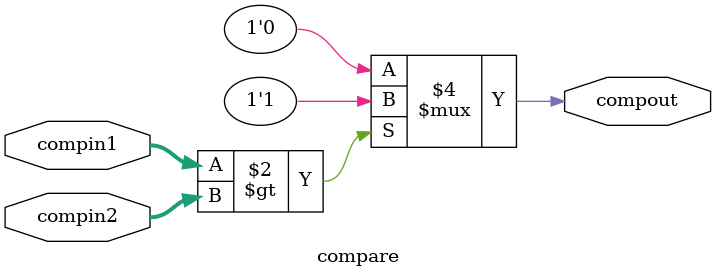
<source format=v>
`timescale 1ns / 1ps

module compare(compin1, compin2, compout);
input [3:0] compin1;
input [3:0] compin2;
output reg compout;

always@(*)
begin

if(compin1 > compin2)
    begin
    compout=1;
    end
else
    begin
    compout=0;
    end
end
endmodule

</source>
